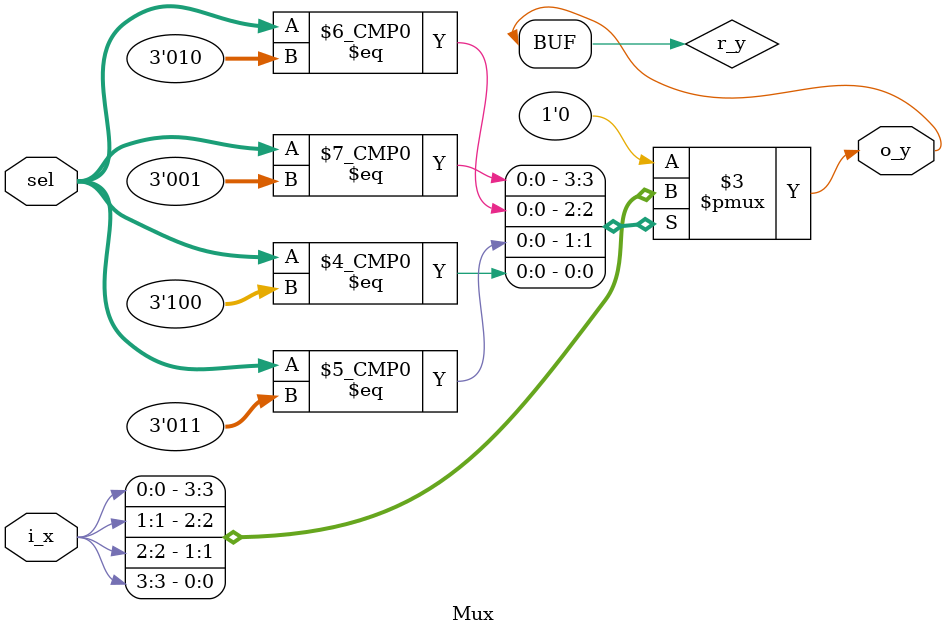
<source format=v>
`timescale 1ns / 1ps

module Mux(
    input [4:0] i_x,
    input [2:0] sel,
    output o_y
    );

    reg r_y;
    assign o_y = r_y;

    always @(*) begin
        case (sel)
            3'd0 : r_y <= 1'b0;
            3'd1 : r_y <= i_x[0];
            3'd2 : r_y <= i_x[1];
            3'd3 : r_y <= i_x[2];
            3'd4 : r_y <= i_x[3]; 
            default: r_y <= 1'b0;
        endcase
    end
endmodule

</source>
